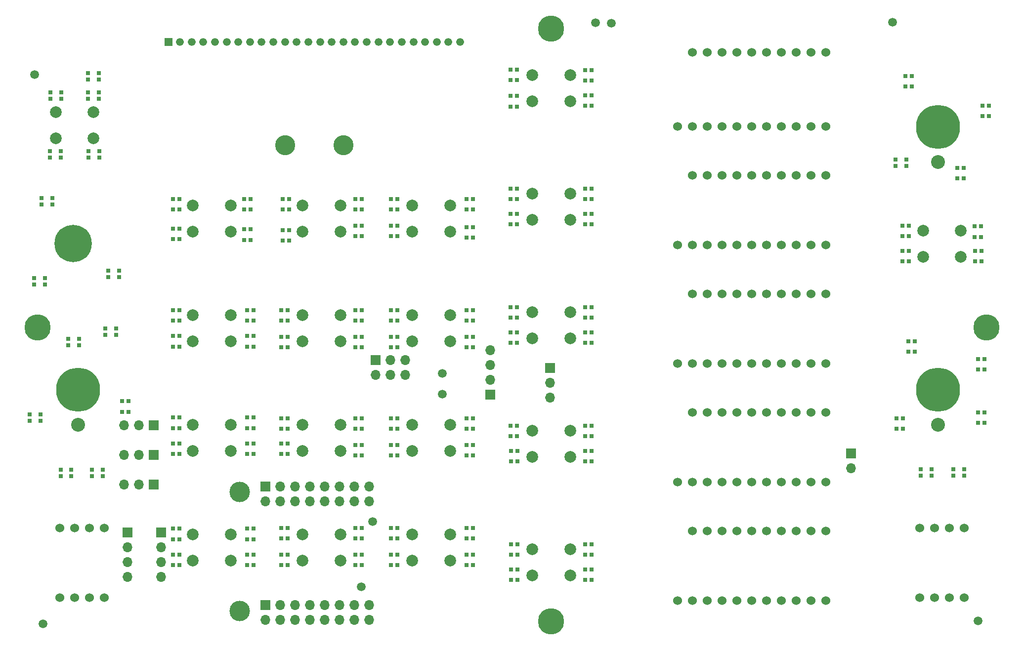
<source format=gbr>
G04 #@! TF.GenerationSoftware,KiCad,Pcbnew,8.0.6*
G04 #@! TF.CreationDate,2024-12-03T12:50:29-05:00*
G04 #@! TF.ProjectId,UFC_Main,5546435f-4d61-4696-9e2e-6b696361645f,6.1.0*
G04 #@! TF.SameCoordinates,Original*
G04 #@! TF.FileFunction,Soldermask,Top*
G04 #@! TF.FilePolarity,Negative*
%FSLAX46Y46*%
G04 Gerber Fmt 4.6, Leading zero omitted, Abs format (unit mm)*
G04 Created by KiCad (PCBNEW 8.0.6) date 2024-12-03 12:50:29*
%MOMM*%
%LPD*%
G01*
G04 APERTURE LIST*
%ADD10C,4.500000*%
%ADD11C,7.540752*%
%ADD12C,2.381250*%
%ADD13C,6.400000*%
%ADD14C,1.500000*%
%ADD15C,1.524000*%
%ADD16C,3.435000*%
%ADD17R,1.337000X1.337000*%
%ADD18C,1.337000*%
%ADD19R,0.700000X0.700000*%
%ADD20C,2.000000*%
%ADD21R,1.700000X1.700000*%
%ADD22O,1.700000X1.700000*%
%ADD23C,3.500000*%
G04 APERTURE END LIST*
D10*
X178559000Y-94356000D03*
X253108000Y-145537000D03*
X178559000Y-195956000D03*
X90548000Y-145537000D03*
D11*
X97533000Y-156268000D03*
D12*
X97533000Y-162268000D03*
D11*
X244853000Y-111184000D03*
D12*
X244853000Y-117184000D03*
D11*
X244853000Y-156268000D03*
D12*
X244853000Y-162268000D03*
D13*
X96644000Y-131186000D03*
D14*
X186126640Y-93320000D03*
X188826640Y-93404500D03*
D15*
X94339000Y-191874000D03*
X96879000Y-191874000D03*
X99419000Y-191874000D03*
X101959000Y-191874000D03*
X101959000Y-179974000D03*
X99419000Y-179974000D03*
X96879000Y-179974000D03*
X94339000Y-179974000D03*
X241659000Y-191874000D03*
X244199000Y-191874000D03*
X246739000Y-191874000D03*
X249279000Y-191874000D03*
X249279000Y-179974000D03*
X246739000Y-179974000D03*
X244199000Y-179974000D03*
X241659000Y-179974000D03*
X200176000Y-111094000D03*
X202716000Y-111094000D03*
X205256000Y-111094000D03*
X207796000Y-111094000D03*
X210336000Y-111094000D03*
X212876000Y-111094000D03*
X215416000Y-111094000D03*
X217956000Y-111094000D03*
X220496000Y-111094000D03*
X223036000Y-111094000D03*
X225576000Y-111094000D03*
X225576000Y-98394000D03*
X223036000Y-98394000D03*
X220496000Y-98394000D03*
X217956000Y-98394000D03*
X215416000Y-98394000D03*
X212876000Y-98394000D03*
X210336000Y-98394000D03*
X207796000Y-98394000D03*
X205256000Y-98394000D03*
X202716000Y-98394000D03*
X200176000Y-131414000D03*
X202716000Y-131414000D03*
X205256000Y-131414000D03*
X207796000Y-131414000D03*
X210336000Y-131414000D03*
X212876000Y-131414000D03*
X215416000Y-131414000D03*
X217956000Y-131414000D03*
X220496000Y-131414000D03*
X223036000Y-131414000D03*
X225576000Y-131414000D03*
X225576000Y-119514000D03*
X223036000Y-119514000D03*
X220496000Y-119514000D03*
X217956000Y-119514000D03*
X215416000Y-119514000D03*
X212876000Y-119514000D03*
X210336000Y-119514000D03*
X207796000Y-119514000D03*
X205256000Y-119514000D03*
X202716000Y-119514000D03*
X200176000Y-151734000D03*
X202716000Y-151734000D03*
X205256000Y-151734000D03*
X207796000Y-151734000D03*
X210336000Y-151734000D03*
X212876000Y-151734000D03*
X215416000Y-151734000D03*
X217956000Y-151734000D03*
X220496000Y-151734000D03*
X223036000Y-151734000D03*
X225576000Y-151734000D03*
X225576000Y-139834000D03*
X223036000Y-139834000D03*
X220496000Y-139834000D03*
X217956000Y-139834000D03*
X215416000Y-139834000D03*
X212876000Y-139834000D03*
X210336000Y-139834000D03*
X207796000Y-139834000D03*
X205256000Y-139834000D03*
X202716000Y-139834000D03*
X200176000Y-172054000D03*
X202716000Y-172054000D03*
X205256000Y-172054000D03*
X207796000Y-172054000D03*
X210336000Y-172054000D03*
X212876000Y-172054000D03*
X215416000Y-172054000D03*
X217956000Y-172054000D03*
X220496000Y-172054000D03*
X223036000Y-172054000D03*
X225576000Y-172054000D03*
X225576000Y-160154000D03*
X223036000Y-160154000D03*
X220496000Y-160154000D03*
X217956000Y-160154000D03*
X215416000Y-160154000D03*
X212876000Y-160154000D03*
X210336000Y-160154000D03*
X207796000Y-160154000D03*
X205256000Y-160154000D03*
X202716000Y-160154000D03*
X200176000Y-192374000D03*
X202716000Y-192374000D03*
X205256000Y-192374000D03*
X207796000Y-192374000D03*
X210336000Y-192374000D03*
X212876000Y-192374000D03*
X215416000Y-192374000D03*
X217956000Y-192374000D03*
X220496000Y-192374000D03*
X223036000Y-192374000D03*
X225576000Y-192374000D03*
X225576000Y-180474000D03*
X223036000Y-180474000D03*
X220496000Y-180474000D03*
X217956000Y-180474000D03*
X215416000Y-180474000D03*
X212876000Y-180474000D03*
X210336000Y-180474000D03*
X207796000Y-180474000D03*
X205256000Y-180474000D03*
X202716000Y-180474000D03*
D16*
X132952000Y-114347000D03*
X142952000Y-114347000D03*
D17*
X112950000Y-96643000D03*
D18*
X114950000Y-96643000D03*
X116950000Y-96643000D03*
X118950000Y-96643000D03*
X120950000Y-96643000D03*
X122950000Y-96643000D03*
X124950000Y-96643000D03*
X126950000Y-96643000D03*
X128950000Y-96643000D03*
X130950000Y-96643000D03*
X132950000Y-96643000D03*
X134950000Y-96643000D03*
X136950000Y-96643000D03*
X138950000Y-96643000D03*
X140950000Y-96643000D03*
X142950000Y-96643000D03*
X144950000Y-96643000D03*
X146950000Y-96643000D03*
X148950000Y-96643000D03*
X150950000Y-96643000D03*
X152950000Y-96643000D03*
X154950000Y-96643000D03*
X156950000Y-96643000D03*
X158950000Y-96643000D03*
X160950000Y-96643000D03*
X162950000Y-96643000D03*
D19*
X127025440Y-123545000D03*
X125925440Y-123545000D03*
X125925440Y-125375000D03*
X127025440Y-125375000D03*
X101028440Y-106375200D03*
X101028440Y-105275200D03*
X99198440Y-105275200D03*
X99198440Y-106375200D03*
X146075440Y-179933000D03*
X144975440Y-179933000D03*
X144975440Y-181763000D03*
X146075440Y-181763000D03*
D20*
X175309000Y-122586000D03*
X181809000Y-122586000D03*
X175309000Y-127086000D03*
X181809000Y-127086000D03*
D19*
X151071440Y-181763000D03*
X152171440Y-181763000D03*
X152171440Y-179933000D03*
X151071440Y-179933000D03*
X185445440Y-146405000D03*
X184345440Y-146405000D03*
X184345440Y-148235000D03*
X185445440Y-148235000D03*
X171603440Y-103176000D03*
X172703440Y-103176000D03*
X172703440Y-101346000D03*
X171603440Y-101346000D03*
X99898440Y-169975200D03*
X99898440Y-171075200D03*
X101728440Y-171075200D03*
X101728440Y-169975200D03*
X113733440Y-144425000D03*
X114833440Y-144425000D03*
X114833440Y-142595000D03*
X113733440Y-142595000D03*
X102700440Y-135848000D03*
X102700440Y-136948000D03*
X104530440Y-136948000D03*
X104530440Y-135848000D03*
X151071440Y-129947000D03*
X152171440Y-129947000D03*
X152171440Y-128117000D03*
X151071440Y-128117000D03*
X165125440Y-161137000D03*
X164025440Y-161137000D03*
X164025440Y-162967000D03*
X165125440Y-162967000D03*
X239717440Y-149759000D03*
X240817440Y-149759000D03*
X240817440Y-147929000D03*
X239717440Y-147929000D03*
X101028440Y-103075200D03*
X101028440Y-101975200D03*
X99198440Y-101975200D03*
X99198440Y-103075200D03*
X127533440Y-147040000D03*
X126433440Y-147040000D03*
X126433440Y-148870000D03*
X127533440Y-148870000D03*
X151071440Y-148997000D03*
X152171440Y-148997000D03*
X152171440Y-147167000D03*
X151071440Y-147167000D03*
D20*
X175309000Y-163226000D03*
X181809000Y-163226000D03*
X175309000Y-167726000D03*
X181809000Y-167726000D03*
D19*
X146075440Y-161137000D03*
X144975440Y-161137000D03*
X144975440Y-162967000D03*
X146075440Y-162967000D03*
X94498440Y-169975200D03*
X94498440Y-171075200D03*
X96328440Y-171075200D03*
X96328440Y-169975200D03*
X171603440Y-164237000D03*
X172703440Y-164237000D03*
X172703440Y-162407000D03*
X171603440Y-162407000D03*
X238701440Y-129947000D03*
X239801440Y-129947000D03*
X239801440Y-128117000D03*
X238701440Y-128117000D03*
X165125440Y-147167000D03*
X164025440Y-147167000D03*
X164025440Y-148997000D03*
X165125440Y-148997000D03*
D20*
X154735001Y-162210000D03*
X161235001Y-162210000D03*
X154735001Y-166710000D03*
X161235001Y-166710000D03*
D14*
X90051840Y-102260400D03*
D19*
X146075440Y-165709000D03*
X144975440Y-165709000D03*
X144975440Y-167539000D03*
X146075440Y-167539000D03*
X146075440Y-128117000D03*
X144975440Y-128117000D03*
X144975440Y-129947000D03*
X146075440Y-129947000D03*
X243722440Y-170942000D03*
X243722440Y-169842000D03*
X241892440Y-169842000D03*
X241892440Y-170942000D03*
D20*
X117143000Y-143413996D03*
X123643000Y-143413996D03*
X117143000Y-147913996D03*
X123643000Y-147913996D03*
D19*
X132275440Y-144425000D03*
X133375440Y-144425000D03*
X133375440Y-142595000D03*
X132275440Y-142595000D03*
X127533440Y-161010000D03*
X126433440Y-161010000D03*
X126433440Y-162840000D03*
X127533440Y-162840000D03*
X185445440Y-166725000D03*
X184345440Y-166725000D03*
X184345440Y-168555000D03*
X185445440Y-168555000D03*
X185445440Y-126085000D03*
X184345440Y-126085000D03*
X184345440Y-127915000D03*
X185445440Y-127915000D03*
X146075440Y-123545000D03*
X144975440Y-123545000D03*
X144975440Y-125375000D03*
X146075440Y-125375000D03*
X132275440Y-181763000D03*
X133375440Y-181763000D03*
X133375440Y-179933000D03*
X132275440Y-179933000D03*
X91270440Y-123402000D03*
X91270440Y-124502000D03*
X93100440Y-124502000D03*
X93100440Y-123402000D03*
D20*
X135939002Y-162210000D03*
X142439002Y-162210000D03*
X135939002Y-166710000D03*
X142439002Y-166710000D03*
X117143001Y-162210000D03*
X123643001Y-162210000D03*
X117143001Y-166710000D03*
X123643001Y-166710000D03*
X154735000Y-143413996D03*
X161235000Y-143413996D03*
X154735000Y-147913996D03*
X161235000Y-147913996D03*
D14*
X251697440Y-195884800D03*
D19*
X248099440Y-120041000D03*
X249199440Y-120041000D03*
X249199440Y-118211000D03*
X248099440Y-118211000D03*
X99298440Y-115375200D03*
X99298440Y-116475200D03*
X101128440Y-116475200D03*
X101128440Y-115375200D03*
D20*
X175309000Y-102266000D03*
X181809000Y-102266000D03*
X175309000Y-106766000D03*
X181809000Y-106766000D03*
D19*
X171603440Y-107696000D03*
X172703440Y-107696000D03*
X172703440Y-105866000D03*
X171603440Y-105866000D03*
D20*
X135939002Y-181006001D03*
X142439002Y-181006001D03*
X135939002Y-185506001D03*
X142439002Y-185506001D03*
D19*
X171603440Y-148235000D03*
X172703440Y-148235000D03*
X172703440Y-146405000D03*
X171603440Y-146405000D03*
X92698440Y-115375200D03*
X92698440Y-116475200D03*
X94528440Y-116475200D03*
X94528440Y-115375200D03*
X247480440Y-169884000D03*
X247480440Y-170984000D03*
X249310440Y-170984000D03*
X249310440Y-169884000D03*
X106155440Y-158190000D03*
X105055440Y-158190000D03*
X105055440Y-160020000D03*
X106155440Y-160020000D03*
D20*
X117143001Y-124617999D03*
X123643001Y-124617999D03*
X117143001Y-129117999D03*
X123643001Y-129117999D03*
D19*
X240309440Y-102463000D03*
X239209440Y-102463000D03*
X239209440Y-104293000D03*
X240309440Y-104293000D03*
X252755440Y-160121000D03*
X251655440Y-160121000D03*
X251655440Y-161951000D03*
X252755440Y-161951000D03*
D20*
X135939002Y-143413999D03*
X142439002Y-143413999D03*
X135939002Y-147913999D03*
X142439002Y-147913999D03*
X154735001Y-124617999D03*
X161235001Y-124617999D03*
X154735001Y-129117999D03*
X161235001Y-129117999D03*
D19*
X185445440Y-187045000D03*
X184345440Y-187045000D03*
X184345440Y-188875000D03*
X185445440Y-188875000D03*
X171645440Y-168555000D03*
X172745440Y-168555000D03*
X172745440Y-166725000D03*
X171645440Y-166725000D03*
X127533440Y-142595000D03*
X126433440Y-142595000D03*
X126433440Y-144425000D03*
X127533440Y-144425000D03*
X252205440Y-128218000D03*
X251105440Y-128218000D03*
X251105440Y-130048000D03*
X252205440Y-130048000D03*
D20*
X117143001Y-181006001D03*
X123643001Y-181006001D03*
X117143001Y-185506001D03*
X123643001Y-185506001D03*
D19*
X151071440Y-144425000D03*
X152171440Y-144425000D03*
X152171440Y-142595000D03*
X151071440Y-142595000D03*
X113733440Y-186335000D03*
X114833440Y-186335000D03*
X114833440Y-184505000D03*
X113733440Y-184505000D03*
D14*
X159901840Y-153472800D03*
D19*
X132275440Y-162967000D03*
X133375440Y-162967000D03*
X133375440Y-161137000D03*
X132275440Y-161137000D03*
X127533440Y-184505000D03*
X126433440Y-184505000D03*
X126433440Y-186335000D03*
X127533440Y-186335000D03*
X90000440Y-137118000D03*
X90000440Y-138218000D03*
X91830440Y-138218000D03*
X91830440Y-137118000D03*
X165125440Y-128371000D03*
X164025440Y-128371000D03*
X164025440Y-130201000D03*
X165125440Y-130201000D03*
X237574440Y-116798000D03*
X237574440Y-117898000D03*
X239404440Y-117898000D03*
X239404440Y-116798000D03*
X132275440Y-186335000D03*
X133375440Y-186335000D03*
X133375440Y-184505000D03*
X132275440Y-184505000D03*
X171645440Y-184557000D03*
X172745440Y-184557000D03*
X172745440Y-182727000D03*
X171645440Y-182727000D03*
X185445440Y-105765000D03*
X184345440Y-105765000D03*
X184345440Y-107595000D03*
X185445440Y-107595000D03*
D20*
X242238002Y-128935998D03*
X248738002Y-128935998D03*
X242238002Y-133435998D03*
X248738002Y-133435998D03*
D14*
X146033440Y-189992000D03*
D19*
X165125440Y-165709000D03*
X164025440Y-165709000D03*
X164025440Y-167539000D03*
X165125440Y-167539000D03*
X127067440Y-128726000D03*
X125967440Y-128726000D03*
X125967440Y-130556000D03*
X127067440Y-130556000D03*
X171603440Y-127915000D03*
X172703440Y-127915000D03*
X172703440Y-126085000D03*
X171603440Y-126085000D03*
X165125440Y-142595000D03*
X164025440Y-142595000D03*
X164025440Y-144425000D03*
X165125440Y-144425000D03*
X113733440Y-162840000D03*
X114833440Y-162840000D03*
X114833440Y-161010000D03*
X113733440Y-161010000D03*
X171603440Y-123597000D03*
X172703440Y-123597000D03*
X172703440Y-121767000D03*
X171603440Y-121767000D03*
D20*
X135939002Y-124617999D03*
X142439002Y-124617999D03*
X135939002Y-129117999D03*
X142439002Y-129117999D03*
D19*
X132529440Y-125375000D03*
X133629440Y-125375000D03*
X133629440Y-123545000D03*
X132529440Y-123545000D03*
X185445440Y-121767000D03*
X184345440Y-121767000D03*
X184345440Y-123597000D03*
X185445440Y-123597000D03*
X185445440Y-142087000D03*
X184345440Y-142087000D03*
X184345440Y-143917000D03*
X185445440Y-143917000D03*
X132529440Y-130709000D03*
X133629440Y-130709000D03*
X133629440Y-128879000D03*
X132529440Y-128879000D03*
X151071440Y-162967000D03*
X152171440Y-162967000D03*
X152171440Y-161137000D03*
X151071440Y-161137000D03*
X151071440Y-167539000D03*
X152171440Y-167539000D03*
X152171440Y-165709000D03*
X151071440Y-165709000D03*
X237685440Y-162967000D03*
X238785440Y-162967000D03*
X238785440Y-161137000D03*
X237685440Y-161137000D03*
X97672440Y-148632000D03*
X97672440Y-147532000D03*
X95842440Y-147532000D03*
X95842440Y-148632000D03*
X165125440Y-179933000D03*
X164025440Y-179933000D03*
X164025440Y-181763000D03*
X165125440Y-181763000D03*
X151071440Y-125375000D03*
X152171440Y-125375000D03*
X152171440Y-123545000D03*
X151071440Y-123545000D03*
X252417440Y-109373000D03*
X253517440Y-109373000D03*
X253517440Y-107543000D03*
X252417440Y-107543000D03*
X102192440Y-145754000D03*
X102192440Y-146854000D03*
X104022440Y-146854000D03*
X104022440Y-145754000D03*
X252247440Y-132435000D03*
X251147440Y-132435000D03*
X251147440Y-134265000D03*
X252247440Y-134265000D03*
X113733440Y-181890000D03*
X114833440Y-181890000D03*
X114833440Y-180060000D03*
X113733440Y-180060000D03*
X113733440Y-125375000D03*
X114833440Y-125375000D03*
X114833440Y-123545000D03*
X113733440Y-123545000D03*
X94628440Y-106375200D03*
X94628440Y-105275200D03*
X92798440Y-105275200D03*
X92798440Y-106375200D03*
X185445440Y-101447000D03*
X184345440Y-101447000D03*
X184345440Y-103277000D03*
X185445440Y-103277000D03*
X171645440Y-188875000D03*
X172745440Y-188875000D03*
X172745440Y-187045000D03*
X171645440Y-187045000D03*
D20*
X175309000Y-142906000D03*
X181809000Y-142906000D03*
X175309000Y-147406000D03*
X181809000Y-147406000D03*
D19*
X113733440Y-130455000D03*
X114833440Y-130455000D03*
X114833440Y-128625000D03*
X113733440Y-128625000D03*
X113733440Y-148870000D03*
X114833440Y-148870000D03*
X114833440Y-147040000D03*
X113733440Y-147040000D03*
D20*
X93648000Y-108616000D03*
X100148000Y-108616000D03*
X93648000Y-113116000D03*
X100148000Y-113116000D03*
D19*
X146075440Y-184505000D03*
X144975440Y-184505000D03*
X144975440Y-186335000D03*
X146075440Y-186335000D03*
X252755440Y-150977000D03*
X251655440Y-150977000D03*
X251655440Y-152807000D03*
X252755440Y-152807000D03*
D20*
X154735000Y-181006001D03*
X161235000Y-181006001D03*
X154735000Y-185506001D03*
X161235000Y-185506001D03*
D19*
X113733440Y-167285000D03*
X114833440Y-167285000D03*
X114833440Y-165455000D03*
X113733440Y-165455000D03*
X146075440Y-142595000D03*
X144975440Y-142595000D03*
X144975440Y-144425000D03*
X146075440Y-144425000D03*
X127533440Y-165455000D03*
X126433440Y-165455000D03*
X126433440Y-167285000D03*
X127533440Y-167285000D03*
X185445440Y-182727000D03*
X184345440Y-182727000D03*
X184345440Y-184557000D03*
X185445440Y-184557000D03*
X89238440Y-160475200D03*
X89238440Y-161575200D03*
X91068440Y-161575200D03*
X91068440Y-160475200D03*
D14*
X159901840Y-157022800D03*
D19*
X165125440Y-123545000D03*
X164025440Y-123545000D03*
X164025440Y-125375000D03*
X165125440Y-125375000D03*
D14*
X237016240Y-93218000D03*
D19*
X171603440Y-143917000D03*
X172703440Y-143917000D03*
X172703440Y-142087000D03*
X171603440Y-142087000D03*
X185445440Y-162407000D03*
X184345440Y-162407000D03*
X184345440Y-164237000D03*
X185445440Y-164237000D03*
X132275440Y-148997000D03*
X133375440Y-148997000D03*
X133375440Y-147167000D03*
X132275440Y-147167000D03*
X127533440Y-180060000D03*
X126433440Y-180060000D03*
X126433440Y-181890000D03*
X127533440Y-181890000D03*
D14*
X147938440Y-178816000D03*
X91525040Y-196392800D03*
D19*
X132275440Y-167285000D03*
X133375440Y-167285000D03*
X133375440Y-165455000D03*
X132275440Y-165455000D03*
X146075440Y-147167000D03*
X144975440Y-147167000D03*
X144975440Y-148997000D03*
X146075440Y-148997000D03*
D20*
X175309000Y-183546000D03*
X181809000Y-183546000D03*
X175309000Y-188046000D03*
X181809000Y-188046000D03*
D19*
X151071440Y-186335000D03*
X152171440Y-186335000D03*
X152171440Y-184505000D03*
X151071440Y-184505000D03*
X165125440Y-184505000D03*
X164025440Y-184505000D03*
X164025440Y-186335000D03*
X165125440Y-186335000D03*
X238701440Y-134265000D03*
X239801440Y-134265000D03*
X239801440Y-132435000D03*
X238701440Y-132435000D03*
D21*
X229894204Y-167125200D03*
D22*
X229894204Y-169665200D03*
D21*
X105963440Y-180710000D03*
D22*
X105963440Y-183250000D03*
X105963440Y-185790000D03*
X105963440Y-188330000D03*
D21*
X110458440Y-162333200D03*
D22*
X107918440Y-162333200D03*
X105378440Y-162333200D03*
D21*
X110458440Y-172493200D03*
D22*
X107918440Y-172493200D03*
X105378440Y-172493200D03*
D21*
X148501640Y-151145000D03*
D22*
X148501640Y-153685000D03*
X151041640Y-151145000D03*
X151041640Y-153685000D03*
X153581640Y-151145000D03*
X153581640Y-153685000D03*
D21*
X168131440Y-157050000D03*
D22*
X168131440Y-154510000D03*
X168131440Y-151970000D03*
X168131440Y-149430000D03*
D21*
X111743440Y-180710000D03*
D22*
X111743440Y-183250000D03*
X111743440Y-185790000D03*
X111743440Y-188330000D03*
D21*
X110458440Y-167413200D03*
D22*
X107918440Y-167413200D03*
X105378440Y-167413200D03*
D21*
X178372440Y-152502000D03*
D22*
X178372440Y-155042000D03*
X178372440Y-157582000D03*
D21*
X129600000Y-172798000D03*
D22*
X132140000Y-172798000D03*
X134680000Y-172798000D03*
X137220000Y-172798000D03*
X139760000Y-172798000D03*
X142300000Y-172798000D03*
X144840000Y-172798000D03*
X147380000Y-172798000D03*
X129600000Y-175338000D03*
X132140000Y-175338000D03*
X134680000Y-175338000D03*
X137220000Y-175338000D03*
X139760000Y-175338000D03*
X142300000Y-175338000D03*
X144840000Y-175338000D03*
X147380000Y-175338000D03*
D21*
X129600000Y-193118000D03*
D22*
X132140000Y-193118000D03*
X134680000Y-193118000D03*
X137220000Y-193118000D03*
X139760000Y-193118000D03*
X142300000Y-193118000D03*
X144840000Y-193118000D03*
X147380000Y-193118000D03*
X129600000Y-195658000D03*
X132140000Y-195658000D03*
X134680000Y-195658000D03*
X137220000Y-195658000D03*
X139760000Y-195658000D03*
X142300000Y-195658000D03*
X144840000Y-195658000D03*
X147380000Y-195658000D03*
D23*
X125190000Y-173808000D03*
X125190000Y-194208001D03*
M02*

</source>
